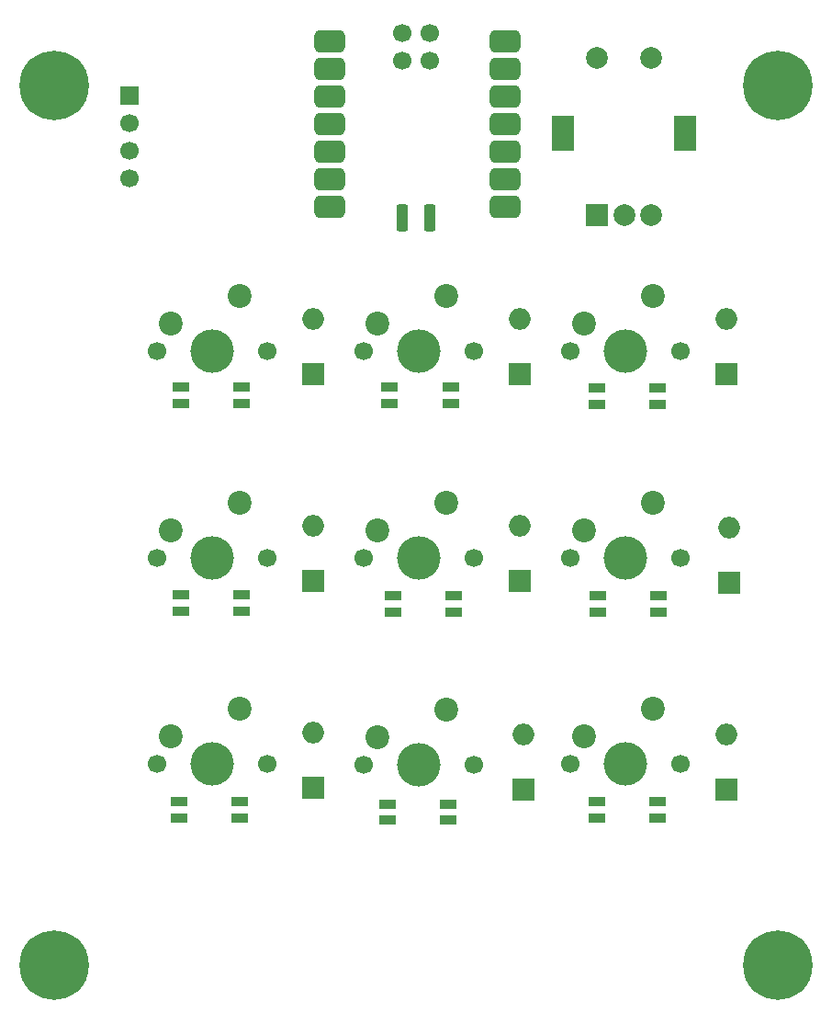
<source format=gbr>
%TF.GenerationSoftware,KiCad,Pcbnew,9.0.1*%
%TF.CreationDate,2025-06-05T14:05:19-05:00*%
%TF.ProjectId,CopyPAD,436f7079-5041-4442-9e6b-696361645f70,rev?*%
%TF.SameCoordinates,Original*%
%TF.FileFunction,Soldermask,Bot*%
%TF.FilePolarity,Negative*%
%FSLAX46Y46*%
G04 Gerber Fmt 4.6, Leading zero omitted, Abs format (unit mm)*
G04 Created by KiCad (PCBNEW 9.0.1) date 2025-06-05 14:05:19*
%MOMM*%
%LPD*%
G01*
G04 APERTURE LIST*
G04 Aperture macros list*
%AMRoundRect*
0 Rectangle with rounded corners*
0 $1 Rounding radius*
0 $2 $3 $4 $5 $6 $7 $8 $9 X,Y pos of 4 corners*
0 Add a 4 corners polygon primitive as box body*
4,1,4,$2,$3,$4,$5,$6,$7,$8,$9,$2,$3,0*
0 Add four circle primitives for the rounded corners*
1,1,$1+$1,$2,$3*
1,1,$1+$1,$4,$5*
1,1,$1+$1,$6,$7*
1,1,$1+$1,$8,$9*
0 Add four rect primitives between the rounded corners*
20,1,$1+$1,$2,$3,$4,$5,0*
20,1,$1+$1,$4,$5,$6,$7,0*
20,1,$1+$1,$6,$7,$8,$9,0*
20,1,$1+$1,$8,$9,$2,$3,0*%
G04 Aperture macros list end*
%ADD10RoundRect,0.525400X0.900400X0.525400X-0.900400X0.525400X-0.900400X-0.525400X0.900400X-0.525400X0*%
%ADD11RoundRect,0.275000X-0.275000X0.975000X-0.275000X-0.975000X0.275000X-0.975000X0.275000X0.975000X0*%
%ADD12C,1.700000*%
%ADD13R,2.000000X2.000000*%
%ADD14C,2.000000*%
%ADD15R,2.000000X3.200000*%
%ADD16O,2.000000X2.000000*%
%ADD17C,6.400000*%
%ADD18C,4.000000*%
%ADD19C,2.200000*%
%ADD20R,1.700000X1.700000*%
%ADD21R,1.500000X0.820000*%
G04 APERTURE END LIST*
D10*
%TO.C,U1*%
X66003171Y-19185357D03*
X66003171Y-21725357D03*
X66003171Y-24265357D03*
X66003171Y-26805357D03*
X66003171Y-29345357D03*
X66003171Y-31885357D03*
X66003171Y-34425357D03*
X49838171Y-34425357D03*
X49838171Y-31885357D03*
X49838171Y-29345357D03*
X49838171Y-26805357D03*
X49838171Y-24265357D03*
X49838171Y-21725357D03*
X49838171Y-19185357D03*
D11*
X59091171Y-35445357D03*
X56551171Y-35445357D03*
D12*
X59091171Y-18427357D03*
X56551171Y-18427357D03*
X59091171Y-20967357D03*
X56551171Y-20967357D03*
%TD*%
D13*
%TO.C,SW11*%
X74472588Y-35182825D03*
D14*
X79472588Y-35182825D03*
X76972588Y-35182825D03*
D15*
X71372588Y-27682825D03*
X82572588Y-27682825D03*
D14*
X79472588Y-20682825D03*
X74472588Y-20682825D03*
%TD*%
D13*
%TO.C,D6*%
X67328838Y-68837825D03*
D16*
X67328838Y-63757825D03*
%TD*%
D17*
%TO.C,H4*%
X91141338Y-104239075D03*
%TD*%
D13*
%TO.C,D7*%
X86672462Y-69036503D03*
D16*
X86672462Y-63956503D03*
%TD*%
D12*
%TO.C,SW4*%
X33882750Y-66724076D03*
D18*
X38962750Y-66724076D03*
D12*
X44042750Y-66724076D03*
D19*
X41502750Y-61644076D03*
X35152750Y-64184076D03*
%TD*%
D13*
%TO.C,D10*%
X86451075Y-88084167D03*
D16*
X86451075Y-83004167D03*
%TD*%
D13*
%TO.C,D4*%
X86378838Y-49787825D03*
D16*
X86378838Y-44707825D03*
%TD*%
D12*
%TO.C,SW3*%
X71993336Y-47677742D03*
D18*
X77073336Y-47677742D03*
D12*
X82153336Y-47677742D03*
D19*
X79613336Y-42597742D03*
X73263336Y-45137742D03*
%TD*%
D17*
%TO.C,H2*%
X91141338Y-23276575D03*
%TD*%
D13*
%TO.C,D5*%
X48278838Y-68837825D03*
D16*
X48278838Y-63757825D03*
%TD*%
D17*
%TO.C,H3*%
X24466338Y-104239075D03*
%TD*%
D12*
%TO.C,SW5*%
X52932750Y-66724076D03*
D18*
X58012750Y-66724076D03*
D12*
X63092750Y-66724076D03*
D19*
X60552750Y-61644076D03*
X54202750Y-64184076D03*
%TD*%
D17*
%TO.C,H1*%
X24466338Y-23276575D03*
%TD*%
D13*
%TO.C,D8*%
X48278838Y-87887825D03*
D16*
X48278838Y-82807825D03*
%TD*%
D13*
%TO.C,D9*%
X67672957Y-88084167D03*
D16*
X67672957Y-83004167D03*
%TD*%
D13*
%TO.C,D2*%
X48278838Y-49787825D03*
D16*
X48278838Y-44707825D03*
%TD*%
D12*
%TO.C,SW7*%
X33880192Y-85724545D03*
D18*
X38960192Y-85724545D03*
D12*
X44040192Y-85724545D03*
D19*
X41500192Y-80644545D03*
X35150192Y-83184545D03*
%TD*%
D12*
%TO.C,SW1*%
X33887767Y-47670023D03*
D18*
X38967767Y-47670023D03*
D12*
X44047767Y-47670023D03*
D19*
X41507767Y-42590023D03*
X35157767Y-45130023D03*
%TD*%
D12*
%TO.C,SW9*%
X72009327Y-85756568D03*
D18*
X77089327Y-85756568D03*
D12*
X82169327Y-85756568D03*
D19*
X79629327Y-80676568D03*
X73279327Y-83216568D03*
%TD*%
D12*
%TO.C,SW8*%
X52928838Y-85774075D03*
D18*
X58008838Y-85774075D03*
D12*
X63088838Y-85774075D03*
D19*
X60548838Y-80694075D03*
X54198838Y-83234075D03*
%TD*%
D12*
%TO.C,SW2*%
X52932750Y-47674076D03*
D18*
X58012750Y-47674076D03*
D12*
X63092750Y-47674076D03*
D19*
X60552750Y-42594076D03*
X54202750Y-45134076D03*
%TD*%
D13*
%TO.C,D3*%
X67328838Y-49787825D03*
D16*
X67328838Y-44707825D03*
%TD*%
D12*
%TO.C,SW6*%
X71978531Y-66726391D03*
D18*
X77058531Y-66726391D03*
D12*
X82138531Y-66726391D03*
D19*
X79598531Y-61646391D03*
X73248531Y-64186391D03*
%TD*%
D20*
%TO.C,J1*%
X31397807Y-24161975D03*
D12*
X31397807Y-26701975D03*
X31397807Y-29241975D03*
X31397807Y-31781975D03*
%TD*%
D21*
%TO.C,D11*%
X36096907Y-70151575D03*
X36096907Y-71651575D03*
X41696907Y-71651575D03*
X41696907Y-70151575D03*
%TD*%
%TO.C,D16*%
X74483108Y-51101575D03*
X74483108Y-52601575D03*
X80083108Y-52601575D03*
X80083108Y-51101575D03*
%TD*%
%TO.C,D17*%
X74522545Y-70253934D03*
X74522545Y-71753934D03*
X80122545Y-71753934D03*
X80122545Y-70253934D03*
%TD*%
%TO.C,D14*%
X55635088Y-70250021D03*
X55635088Y-71750021D03*
X61235088Y-71750021D03*
X61235088Y-70250021D03*
%TD*%
%TO.C,D12*%
X35953838Y-89201575D03*
X35953838Y-90701575D03*
X41553838Y-90701575D03*
X41553838Y-89201575D03*
%TD*%
%TO.C,D15*%
X55198292Y-89428833D03*
X55198292Y-90928833D03*
X60798292Y-90928833D03*
X60798292Y-89428833D03*
%TD*%
%TO.C,D1*%
X36140392Y-51044794D03*
X36140392Y-52544794D03*
X41740392Y-52544794D03*
X41740392Y-51044794D03*
%TD*%
%TO.C,D13*%
X55368531Y-51044794D03*
X55368531Y-52544794D03*
X60968531Y-52544794D03*
X60968531Y-51044794D03*
%TD*%
%TO.C,D18*%
X74435601Y-89199238D03*
X74435601Y-90699238D03*
X80035601Y-90699238D03*
X80035601Y-89199238D03*
%TD*%
M02*

</source>
